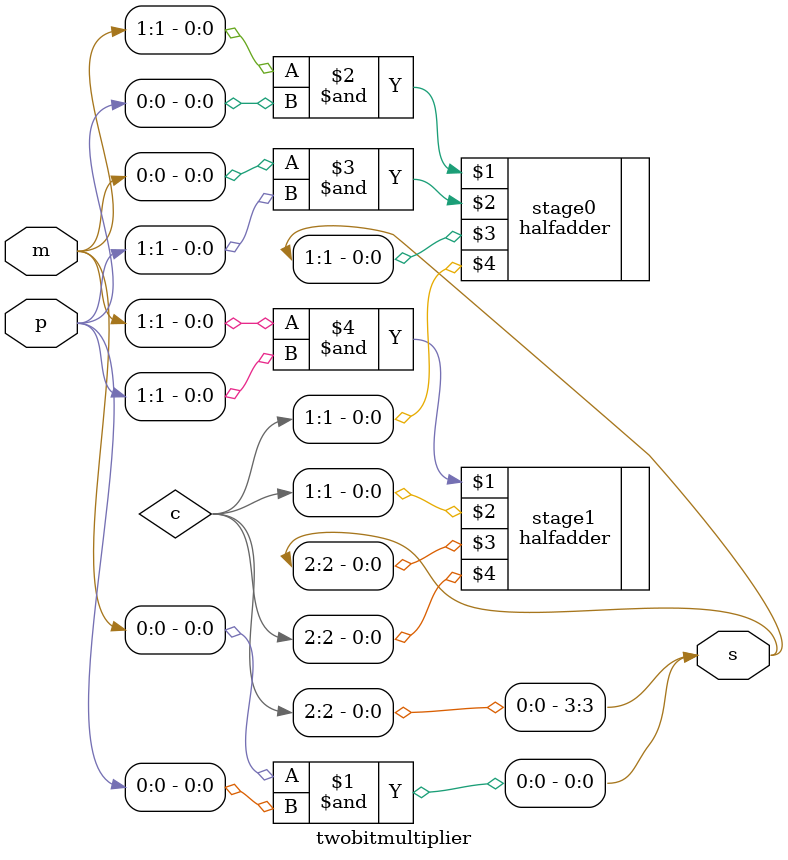
<source format=v>
`include "halfadder.v"

module twobitmultiplier(m,p,s);

input [1:0]m,p;
output [3:0]s;

wire [2:1]c;

assign s[0] = (m[0]&p[0]);

halfadder stage0(m[1]&p[0] , m[0]&p[1] , s[1] , c[1]);
halfadder stage1(m[1]&p[1] , c[1] , s[2] , c[2]);

assign s[3] = c[2];

endmodule
</source>
